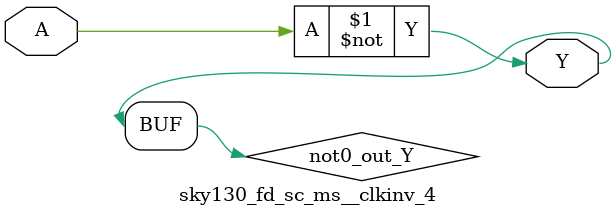
<source format=v>
/*
 * Copyright 2020 The SkyWater PDK Authors
 *
 * Licensed under the Apache License, Version 2.0 (the "License");
 * you may not use this file except in compliance with the License.
 * You may obtain a copy of the License at
 *
 *     https://www.apache.org/licenses/LICENSE-2.0
 *
 * Unless required by applicable law or agreed to in writing, software
 * distributed under the License is distributed on an "AS IS" BASIS,
 * WITHOUT WARRANTIES OR CONDITIONS OF ANY KIND, either express or implied.
 * See the License for the specific language governing permissions and
 * limitations under the License.
 *
 * SPDX-License-Identifier: Apache-2.0
*/


`ifndef SKY130_FD_SC_MS__CLKINV_4_FUNCTIONAL_V
`define SKY130_FD_SC_MS__CLKINV_4_FUNCTIONAL_V

/**
 * clkinv: Clock tree inverter.
 *
 * Verilog simulation functional model.
 */

`timescale 1ns / 1ps
`default_nettype none

`celldefine
module sky130_fd_sc_ms__clkinv_4 (
    Y,
    A
);

    // Module ports
    output Y;
    input  A;

    // Local signals
    wire not0_out_Y;

    //  Name  Output      Other arguments
    not not0 (not0_out_Y, A              );
    buf buf0 (Y         , not0_out_Y     );

endmodule
`endcelldefine

`default_nettype wire
`endif  // SKY130_FD_SC_MS__CLKINV_4_FUNCTIONAL_V

</source>
